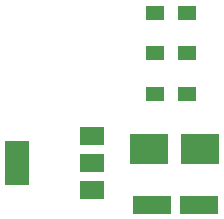
<source format=gbr>
G04 #@! TF.GenerationSoftware,KiCad,Pcbnew,(5.1.5)-3*
G04 #@! TF.CreationDate,2020-01-07T22:17:17+01:00*
G04 #@! TF.ProjectId,WirelessDS18B20,57697265-6c65-4737-9344-533138423230,rev?*
G04 #@! TF.SameCoordinates,Original*
G04 #@! TF.FileFunction,Paste,Bot*
G04 #@! TF.FilePolarity,Positive*
%FSLAX46Y46*%
G04 Gerber Fmt 4.6, Leading zero omitted, Abs format (unit mm)*
G04 Created by KiCad (PCBNEW (5.1.5)-3) date 2020-01-07 22:17:17*
%MOMM*%
%LPD*%
G04 APERTURE LIST*
%ADD10R,1.500000X1.300000*%
%ADD11R,3.200000X1.500000*%
%ADD12R,3.200000X2.500000*%
%ADD13R,2.000000X1.500000*%
%ADD14R,2.000000X3.800000*%
G04 APERTURE END LIST*
D10*
X43133000Y-36322000D03*
X40433000Y-36322000D03*
X43133000Y-32893000D03*
X40433000Y-32893000D03*
X43133000Y-39751000D03*
X40433000Y-39751000D03*
D11*
X44164000Y-49149000D03*
X40164000Y-49149000D03*
D12*
X44178000Y-44450000D03*
X39878000Y-44450000D03*
D13*
X35027000Y-43293000D03*
X35027000Y-47893000D03*
X35027000Y-45593000D03*
D14*
X28727000Y-45593000D03*
M02*

</source>
